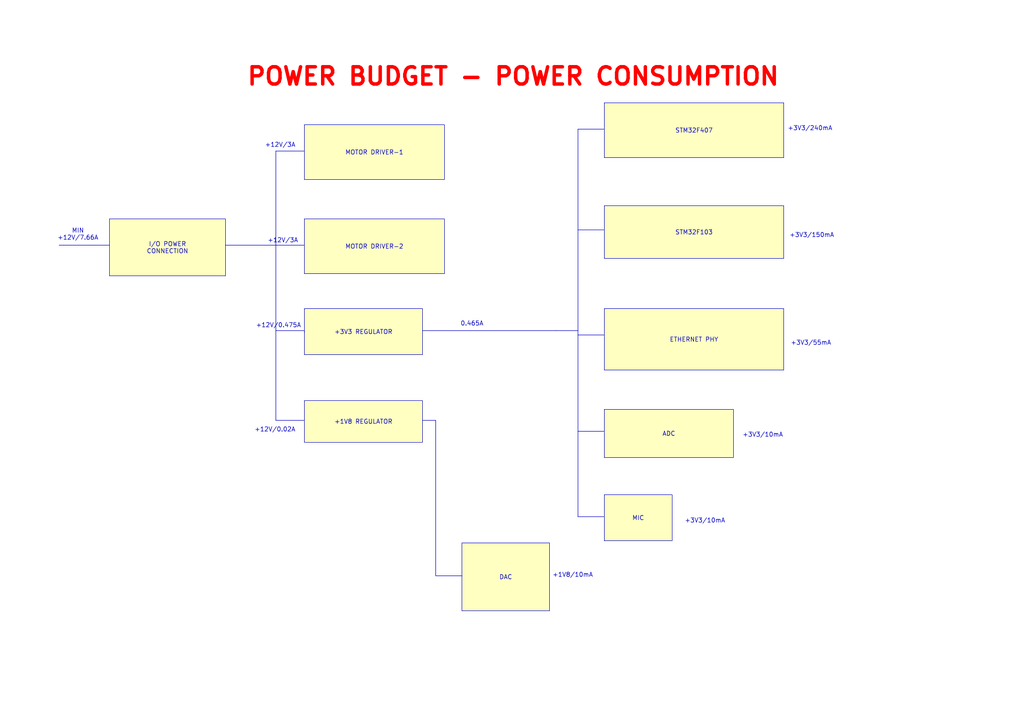
<source format=kicad_sch>
(kicad_sch
	(version 20231120)
	(generator "eeschema")
	(generator_version "8.0")
	(uuid "1ba45017-91f3-4f82-ad25-aee3848180b8")
	(paper "A4")
	(title_block
		(title "Mixed Signal Board Project")
		(date "2024-06-24")
		(rev "V1.0")
		(company "open source")
		(comment 1 "this project for learning purposes")
	)
	(lib_symbols)
	(polyline
		(pts
			(xy 80.01 43.815) (xy 80.01 95.885)
		)
		(stroke
			(width 0)
			(type default)
		)
		(uuid "0f1d8eca-4838-424e-bfac-08a3742e4b20")
	)
	(polyline
		(pts
			(xy 122.555 121.92) (xy 126.365 121.92)
		)
		(stroke
			(width 0)
			(type default)
		)
		(uuid "110f290b-a9d1-4857-b669-48c26b0d99ca")
	)
	(polyline
		(pts
			(xy 122.555 95.885) (xy 161.29 95.885)
		)
		(stroke
			(width 0)
			(type default)
		)
		(uuid "1593b18e-4e8d-4ebe-8789-e6e79a3e0b4f")
	)
	(polyline
		(pts
			(xy 167.64 97.155) (xy 175.26 97.155)
		)
		(stroke
			(width 0)
			(type default)
		)
		(uuid "1d5d5a2f-9d3c-457c-8d8e-19fe5a63be76")
	)
	(polyline
		(pts
			(xy 88.265 95.885) (xy 88.265 96.52)
		)
		(stroke
			(width 0)
			(type default)
		)
		(uuid "5af99f5e-ba74-49be-a378-e665bb9e152e")
	)
	(polyline
		(pts
			(xy 80.01 95.885) (xy 88.265 95.885)
		)
		(stroke
			(width 0)
			(type default)
		)
		(uuid "5d99dced-863c-4644-8fa9-b776ec37abf4")
	)
	(polyline
		(pts
			(xy 17.145 71.12) (xy 31.75 71.12)
		)
		(stroke
			(width 0)
			(type default)
		)
		(uuid "672dae3b-c09b-4c62-ac72-aa017ebc897d")
	)
	(polyline
		(pts
			(xy 167.64 149.86) (xy 175.26 149.86)
		)
		(stroke
			(width 0)
			(type default)
		)
		(uuid "70a24211-c546-472f-9e57-40be49cc6669")
	)
	(polyline
		(pts
			(xy 88.265 121.92) (xy 80.01 121.92)
		)
		(stroke
			(width 0)
			(type default)
		)
		(uuid "75430c33-5109-451b-b4ee-95d4b45b56e6")
	)
	(polyline
		(pts
			(xy 126.365 167.005) (xy 133.985 167.005)
		)
		(stroke
			(width 0)
			(type default)
		)
		(uuid "787f690a-0515-4247-a900-4fae71b0c40a")
	)
	(polyline
		(pts
			(xy 161.29 95.885) (xy 167.64 95.885)
		)
		(stroke
			(width 0)
			(type default)
		)
		(uuid "829dc75b-4e35-45dd-8361-098dda12ef69")
	)
	(polyline
		(pts
			(xy 65.405 71.12) (xy 88.265 71.12)
		)
		(stroke
			(width 0)
			(type default)
		)
		(uuid "88fec3e6-733a-4ad6-a515-2d05358fb7d8")
	)
	(polyline
		(pts
			(xy 167.64 125.095) (xy 175.26 125.095)
		)
		(stroke
			(width 0)
			(type default)
		)
		(uuid "a024efba-75f7-4c05-9cd9-b03680527bae")
	)
	(polyline
		(pts
			(xy 167.64 66.675) (xy 175.26 66.675)
		)
		(stroke
			(width 0)
			(type default)
		)
		(uuid "a809104a-0b99-4a6d-a4ee-38daab86e0b9")
	)
	(polyline
		(pts
			(xy 167.64 37.465) (xy 167.64 149.86)
		)
		(stroke
			(width 0)
			(type default)
		)
		(uuid "c33e48b3-9f3a-4237-af57-afde2eb4d401")
	)
	(polyline
		(pts
			(xy 80.01 121.92) (xy 80.01 95.885)
		)
		(stroke
			(width 0)
			(type default)
		)
		(uuid "e74593fe-c7a9-4b68-97c4-1d19cb445c44")
	)
	(polyline
		(pts
			(xy 175.26 37.465) (xy 167.64 37.465)
		)
		(stroke
			(width 0)
			(type default)
		)
		(uuid "e8dea920-5a72-462f-ae2e-badb9fb48811")
	)
	(polyline
		(pts
			(xy 88.265 43.815) (xy 80.01 43.815)
		)
		(stroke
			(width 0)
			(type default)
		)
		(uuid "ff390823-4e39-442f-9657-10a2ad284ddd")
	)
	(polyline
		(pts
			(xy 126.365 121.92) (xy 126.365 167.005)
		)
		(stroke
			(width 0)
			(type default)
		)
		(uuid "ff608519-63f7-4d61-82a1-1963f5885434")
	)
	(text_box "DAC"
		(exclude_from_sim no)
		(at 133.985 157.48 0)
		(size 25.4 19.685)
		(stroke
			(width 0)
			(type default)
		)
		(fill
			(type color)
			(color 255 255 194 1)
		)
		(effects
			(font
				(size 1.27 1.27)
			)
		)
		(uuid "090423ea-de9c-45ec-89f2-bcf4429fd7a7")
	)
	(text_box "ADC"
		(exclude_from_sim no)
		(at 175.26 118.745 0)
		(size 37.465 13.97)
		(stroke
			(width 0)
			(type default)
		)
		(fill
			(type color)
			(color 255 255 194 1)
		)
		(effects
			(font
				(size 1.27 1.27)
			)
		)
		(uuid "2ed73863-ffc1-4f31-aeb9-a14fe1f5e844")
	)
	(text_box "+3V3 REGULATOR"
		(exclude_from_sim no)
		(at 88.265 89.535 0)
		(size 34.29 13.335)
		(stroke
			(width 0)
			(type default)
		)
		(fill
			(type color)
			(color 255 255 194 1)
		)
		(effects
			(font
				(size 1.27 1.27)
			)
		)
		(uuid "3d95970c-64c5-4e27-b7c9-09e1588551dc")
	)
	(text_box "STM32F103"
		(exclude_from_sim no)
		(at 175.26 59.69 0)
		(size 52.07 15.24)
		(stroke
			(width 0)
			(type default)
		)
		(fill
			(type color)
			(color 255 255 194 1)
		)
		(effects
			(font
				(size 1.27 1.27)
			)
		)
		(uuid "46577a44-771c-471f-8d64-e1fa156174a9")
	)
	(text_box "ETHERNET PHY"
		(exclude_from_sim no)
		(at 175.26 89.535 0)
		(size 52.07 17.78)
		(stroke
			(width 0)
			(type default)
		)
		(fill
			(type color)
			(color 255 255 194 1)
		)
		(effects
			(font
				(size 1.27 1.27)
			)
		)
		(uuid "626e260f-3471-4585-a31f-ba1331b280af")
	)
	(text_box "+1V8 REGULATOR"
		(exclude_from_sim no)
		(at 88.265 116.205 0)
		(size 34.29 12.065)
		(stroke
			(width 0)
			(type default)
		)
		(fill
			(type color)
			(color 255 255 194 1)
		)
		(effects
			(font
				(size 1.27 1.27)
			)
		)
		(uuid "7c19a4cd-e438-453a-8758-bcf7ea74fc04")
	)
	(text_box "MOTOR DRIVER-1\n"
		(exclude_from_sim no)
		(at 88.265 36.195 0)
		(size 40.64 15.875)
		(stroke
			(width 0)
			(type default)
		)
		(fill
			(type color)
			(color 255 255 194 1)
		)
		(effects
			(font
				(size 1.27 1.27)
			)
		)
		(uuid "7c6dc321-aa69-429d-a91d-e2afcf18888f")
	)
	(text_box "I/O POWER \nCONNECTION"
		(exclude_from_sim no)
		(at 31.75 63.5 0)
		(size 33.655 16.51)
		(stroke
			(width 0)
			(type default)
		)
		(fill
			(type color)
			(color 255 255 194 1)
		)
		(effects
			(font
				(size 1.27 1.27)
			)
		)
		(uuid "92749e18-0752-4e1c-a1cc-09273100404d")
	)
	(text_box "MOTOR DRIVER-2\n\n"
		(exclude_from_sim no)
		(at 88.265 63.5 0)
		(size 40.64 15.875)
		(stroke
			(width 0)
			(type default)
		)
		(fill
			(type color)
			(color 255 255 194 1)
		)
		(effects
			(font
				(size 1.27 1.27)
			)
		)
		(uuid "9ee746b9-e0f8-4ebe-99f9-d96e220730ab")
	)
	(text_box "STM32F407"
		(exclude_from_sim no)
		(at 175.26 29.845 0)
		(size 52.07 15.875)
		(stroke
			(width 0)
			(type default)
		)
		(fill
			(type color)
			(color 255 255 194 1)
		)
		(effects
			(font
				(size 1.27 1.27)
			)
		)
		(uuid "b0f205b2-d123-4548-8ca8-a68a0e7dbb05")
	)
	(text_box "MIC"
		(exclude_from_sim no)
		(at 175.26 143.51 0)
		(size 19.685 13.335)
		(stroke
			(width 0)
			(type default)
		)
		(fill
			(type color)
			(color 255 255 194 1)
		)
		(effects
			(font
				(size 1.27 1.27)
			)
		)
		(uuid "de4d5145-7dc0-471b-8e07-96e021dba2b0")
	)
	(text "+3V3/240mA"
		(exclude_from_sim no)
		(at 234.95 37.338 0)
		(effects
			(font
				(size 1.27 1.27)
			)
		)
		(uuid "166b8320-eb1d-407d-8338-4f501348f917")
	)
	(text "+1V8/10mA"
		(exclude_from_sim no)
		(at 166.116 166.878 0)
		(effects
			(font
				(size 1.27 1.27)
			)
		)
		(uuid "43ca6177-5f73-43f1-8c05-49bdcf6646b2")
	)
	(text "+3V3/150mA"
		(exclude_from_sim no)
		(at 235.458 68.326 0)
		(effects
			(font
				(size 1.27 1.27)
			)
		)
		(uuid "4640407e-9223-4090-9a8c-1cff5f9fd982")
	)
	(text "+3V3/10mA"
		(exclude_from_sim no)
		(at 204.47 151.13 0)
		(effects
			(font
				(size 1.27 1.27)
			)
		)
		(uuid "4ceb84b6-6a41-489e-ba04-f49aca25d68d")
	)
	(text "+3V3/10mA"
		(exclude_from_sim no)
		(at 221.234 126.238 0)
		(effects
			(font
				(size 1.27 1.27)
			)
		)
		(uuid "5a080746-c253-45c1-bc09-a38cbd5cf3f6")
	)
	(text "+12V/0.475A\n"
		(exclude_from_sim no)
		(at 80.772 94.488 0)
		(effects
			(font
				(size 1.27 1.27)
			)
		)
		(uuid "6ba89ada-a2eb-433f-9f8c-efff0f50104a")
	)
	(text "POWER BUDGET - POWER CONSUMPTION"
		(exclude_from_sim no)
		(at 148.844 22.352 0)
		(effects
			(font
				(size 5 5)
				(thickness 1)
				(bold yes)
				(color 255 0 0 1)
			)
		)
		(uuid "7e424166-aca5-496f-9e74-abecf85c5b5f")
	)
	(text "+12V/0.02A\n"
		(exclude_from_sim no)
		(at 79.756 124.714 0)
		(effects
			(font
				(size 1.27 1.27)
			)
		)
		(uuid "8e2b87de-6de6-4ac8-96ad-d811ce2f0618")
	)
	(text "0.465A\n"
		(exclude_from_sim no)
		(at 136.906 93.98 0)
		(effects
			(font
				(size 1.27 1.27)
			)
		)
		(uuid "9cdb6a9c-2c27-45af-82d1-351ba3ccd528")
	)
	(text "+12V/3A\n"
		(exclude_from_sim no)
		(at 81.28 42.164 0)
		(effects
			(font
				(size 1.27 1.27)
			)
		)
		(uuid "a8695f33-e954-4a46-b4f0-ca1564df3623")
	)
	(text "MIN\n+12V/7.66A"
		(exclude_from_sim no)
		(at 22.606 68.072 0)
		(effects
			(font
				(size 1.27 1.27)
			)
		)
		(uuid "ae58ed6d-0e9d-4a0b-868c-66302aff278a")
	)
	(text "+3V3/55mA"
		(exclude_from_sim no)
		(at 235.204 99.568 0)
		(effects
			(font
				(size 1.27 1.27)
			)
		)
		(uuid "b1bb5a00-af60-4dae-bd3b-59fe026f4b6b")
	)
	(text "+12V/3A\n"
		(exclude_from_sim no)
		(at 82.042 69.85 0)
		(effects
			(font
				(size 1.27 1.27)
			)
		)
		(uuid "b81d50a8-58d6-477a-8ffb-58ab2e7af66f")
	)
)

</source>
